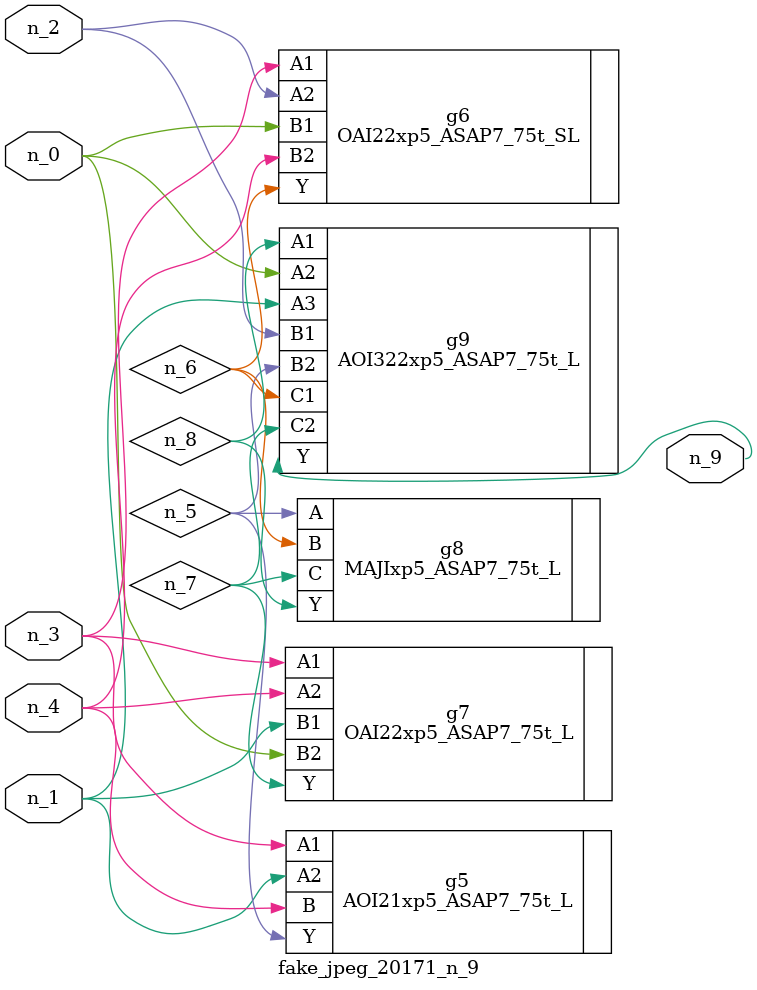
<source format=v>
module fake_jpeg_20171_n_9 (n_3, n_2, n_1, n_0, n_4, n_9);

input n_3;
input n_2;
input n_1;
input n_0;
input n_4;

output n_9;

wire n_8;
wire n_6;
wire n_5;
wire n_7;

AOI21xp5_ASAP7_75t_L g5 ( 
.A1(n_3),
.A2(n_1),
.B(n_4),
.Y(n_5)
);

OAI22xp5_ASAP7_75t_SL g6 ( 
.A1(n_3),
.A2(n_2),
.B1(n_0),
.B2(n_4),
.Y(n_6)
);

OAI22xp5_ASAP7_75t_L g7 ( 
.A1(n_3),
.A2(n_4),
.B1(n_1),
.B2(n_0),
.Y(n_7)
);

MAJIxp5_ASAP7_75t_L g8 ( 
.A(n_5),
.B(n_6),
.C(n_7),
.Y(n_8)
);

AOI322xp5_ASAP7_75t_L g9 ( 
.A1(n_8),
.A2(n_0),
.A3(n_1),
.B1(n_2),
.B2(n_5),
.C1(n_6),
.C2(n_7),
.Y(n_9)
);


endmodule
</source>
